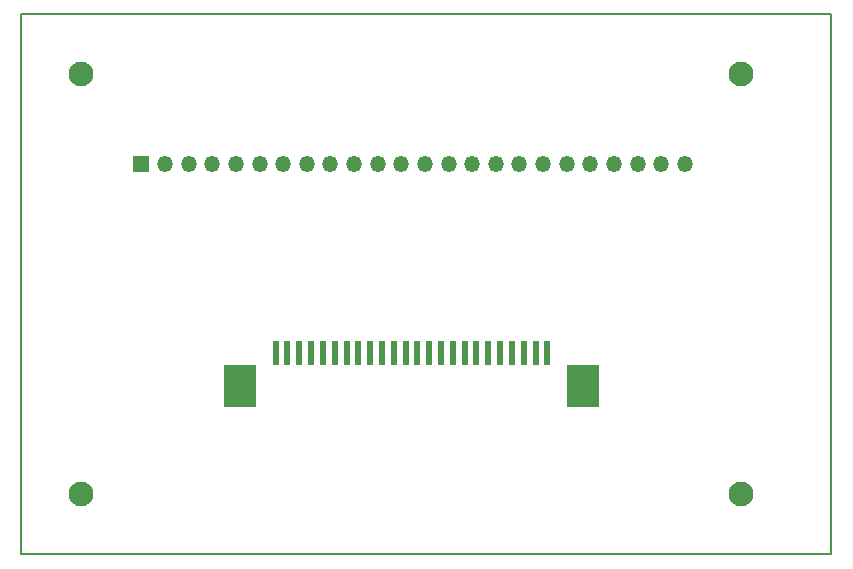
<source format=gbr>
%TF.GenerationSoftware,KiCad,Pcbnew,(6.0.1)*%
%TF.CreationDate,2022-02-07T14:27:38+00:00*%
%TF.ProjectId,24p_fpc_keyboard,3234705f-6670-4635-9f6b-6579626f6172,rev?*%
%TF.SameCoordinates,Original*%
%TF.FileFunction,Soldermask,Top*%
%TF.FilePolarity,Negative*%
%FSLAX46Y46*%
G04 Gerber Fmt 4.6, Leading zero omitted, Abs format (unit mm)*
G04 Created by KiCad (PCBNEW (6.0.1)) date 2022-02-07 14:27:38*
%MOMM*%
%LPD*%
G01*
G04 APERTURE LIST*
%TA.AperFunction,Profile*%
%ADD10C,0.200000*%
%TD*%
%ADD11C,2.100000*%
%ADD12R,1.350000X1.350000*%
%ADD13O,1.350000X1.350000*%
%ADD14R,0.610000X2.000000*%
%ADD15R,2.680000X3.600000*%
G04 APERTURE END LIST*
D10*
X175260000Y-48260000D02*
X106680000Y-48260000D01*
X106680000Y-48260000D02*
X106680000Y-93980000D01*
X106680000Y-93980000D02*
X175260000Y-93980000D01*
X175260000Y-93980000D02*
X175260000Y-48260000D01*
D11*
%TO.C,REF\u002A\u002A*%
X111760000Y-53340000D03*
%TD*%
%TO.C,REF\u002A\u002A*%
X167640000Y-53340000D03*
%TD*%
D12*
%TO.C,REF\u002A\u002A*%
X116840000Y-60960000D03*
D13*
X118840000Y-60960000D03*
X120840000Y-60960000D03*
X122840000Y-60960000D03*
X124840000Y-60960000D03*
X126840000Y-60960000D03*
X128840000Y-60960000D03*
X130840000Y-60960000D03*
X132840000Y-60960000D03*
X134840000Y-60960000D03*
X136840000Y-60960000D03*
X138840000Y-60960000D03*
X140840000Y-60960000D03*
X142840000Y-60960000D03*
X144840000Y-60960000D03*
X146840000Y-60960000D03*
X148840000Y-60960000D03*
X150840000Y-60960000D03*
X152840000Y-60960000D03*
X154840000Y-60960000D03*
X156840000Y-60960000D03*
X158840000Y-60960000D03*
X160840000Y-60960000D03*
X162840000Y-60960000D03*
%TD*%
D11*
%TO.C,REF\u002A\u002A*%
X111760000Y-88900000D03*
%TD*%
%TO.C,REF\u002A\u002A*%
X167640000Y-88900000D03*
%TD*%
D14*
%TO.C,REF\u002A\u002A*%
X128200000Y-76940000D03*
X129200000Y-76940000D03*
X130200000Y-76940000D03*
X131200000Y-76940000D03*
X132200000Y-76940000D03*
X133200000Y-76940000D03*
X134200000Y-76940000D03*
X135200000Y-76940000D03*
X136200000Y-76940000D03*
X137200000Y-76940000D03*
X138200000Y-76940000D03*
X139200000Y-76940000D03*
X140200000Y-76940000D03*
X141200000Y-76940000D03*
X142200000Y-76940000D03*
X143200000Y-76940000D03*
X144200000Y-76940000D03*
X145200000Y-76940000D03*
X146200000Y-76940000D03*
X147200000Y-76940000D03*
X148200000Y-76940000D03*
X149200000Y-76940000D03*
X150200000Y-76940000D03*
X151200000Y-76940000D03*
D15*
X125210000Y-79740000D03*
X154190000Y-79740000D03*
%TD*%
M02*

</source>
